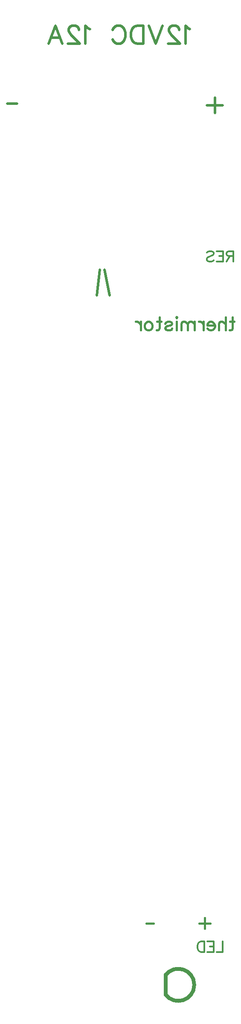
<source format=gbr>
G04 DipTrace 2.3.1.0*
%INBottomSilk_58742 rev 7 ONYX HB.gbr*%
%MOIN*%
%ADD21C,0.03*%
%ADD22C,0.02*%
%ADD23C,0.0216*%
%ADD24C,0.0154*%
%ADD25C,0.0124*%
%FSLAX44Y44*%
G04*
G70*
G90*
G75*
G01*
%LNBotSilk*%
%LPD*%
X69958Y8648D2*
D21*
G02X69958Y7148I1000J-750D01*
G01*
Y8711D2*
Y7211D1*
X64583Y61586D2*
D22*
X64833Y63586D1*
X65583Y61586D2*
X65208Y63586D1*
X71853Y82325D2*
D23*
X71718Y82393D1*
X71517Y82593D1*
Y81188D1*
X71017Y82258D2*
Y82325D1*
X70950Y82460D1*
X70884Y82526D1*
X70749Y82593D1*
X70481D1*
X70348Y82526D1*
X70282Y82460D1*
X70214Y82325D1*
Y82192D1*
X70282Y82057D1*
X70415Y81858D1*
X71085Y81188D1*
X70147D1*
X69715Y82594D2*
X69179Y81188D1*
X68644Y82594D1*
X68212D2*
Y81188D1*
X67743D1*
X67542Y81256D1*
X67407Y81389D1*
X67340Y81523D1*
X67274Y81723D1*
Y82059D1*
X67340Y82260D1*
X67407Y82393D1*
X67542Y82528D1*
X67743Y82594D1*
X68212D1*
X65837Y82260D2*
X65904Y82393D1*
X66038Y82528D1*
X66171Y82594D1*
X66439D1*
X66574Y82528D1*
X66707Y82393D1*
X66775Y82260D1*
X66841Y82059D1*
Y81723D1*
X66775Y81523D1*
X66707Y81389D1*
X66574Y81256D1*
X66439Y81188D1*
X66171D1*
X66038Y81256D1*
X65904Y81389D1*
X65837Y81523D1*
X64044Y82325D2*
X63909Y82393D1*
X63708Y82593D1*
Y81188D1*
X63208Y82258D2*
Y82325D1*
X63141Y82460D1*
X63075Y82526D1*
X62940Y82593D1*
X62672D1*
X62539Y82526D1*
X62473Y82460D1*
X62405Y82325D1*
Y82192D1*
X62473Y82057D1*
X62606Y81858D1*
X63276Y81188D1*
X62338D1*
X60833D2*
X61370Y82594D1*
X61906Y81188D1*
X61705Y81657D2*
X61035D1*
X58357Y76515D2*
X57583D1*
X73812Y76993D2*
Y75787D1*
X74414Y76389D2*
X73208D1*
X73014Y13127D2*
D24*
Y12266D1*
X73444Y12696D2*
X72583D1*
X69011D2*
X68458D1*
X74429Y11267D2*
D25*
Y10463D1*
X73970D1*
X73226Y11267D2*
X73723D1*
Y10463D1*
X73226D1*
X73723Y10884D2*
X73417D1*
X72979Y11267D2*
Y10463D1*
X72711D1*
X72596Y10502D1*
X72519Y10578D1*
X72481Y10655D1*
X72443Y10769D1*
Y10961D1*
X72481Y11076D1*
X72519Y11152D1*
X72596Y11229D1*
X72711Y11267D1*
X72979D1*
X75256Y64634D2*
X74912D1*
X74797Y64673D1*
X74758Y64711D1*
X74720Y64787D1*
Y64864D1*
X74758Y64940D1*
X74797Y64979D1*
X74912Y65017D1*
X75256D1*
Y64213D1*
X74988Y64634D2*
X74720Y64213D1*
X73976Y65017D2*
X74473D1*
Y64213D1*
X73976D1*
X74473Y64634D2*
X74167D1*
X73193Y64902D2*
X73269Y64979D1*
X73384Y65017D1*
X73537D1*
X73652Y64979D1*
X73729Y64902D1*
Y64826D1*
X73690Y64749D1*
X73652Y64711D1*
X73576Y64673D1*
X73346Y64596D1*
X73269Y64558D1*
X73231Y64519D1*
X73193Y64443D1*
Y64328D1*
X73269Y64252D1*
X73384Y64213D1*
X73537D1*
X73652Y64252D1*
X73729Y64328D1*
X75193Y59874D2*
D24*
Y59061D1*
X75145Y58918D1*
X75049Y58869D1*
X74954D1*
X75336Y59539D2*
X75002D1*
X74645Y59874D2*
Y58869D1*
Y59348D2*
X74501Y59492D1*
X74405Y59539D1*
X74262D1*
X74167Y59492D1*
X74119Y59348D1*
Y58869D1*
X73810Y59252D2*
X73237D1*
Y59348D1*
X73284Y59444D1*
X73332Y59492D1*
X73428Y59539D1*
X73571D1*
X73667Y59492D1*
X73763Y59395D1*
X73810Y59252D1*
Y59157D1*
X73763Y59013D1*
X73667Y58918D1*
X73571Y58869D1*
X73428D1*
X73332Y58918D1*
X73237Y59013D1*
X72928Y59539D2*
Y58869D1*
Y59252D2*
X72879Y59395D1*
X72784Y59492D1*
X72688Y59539D1*
X72544D1*
X72235D2*
Y58869D1*
Y59348D2*
X72092Y59492D1*
X71996Y59539D1*
X71853D1*
X71757Y59492D1*
X71709Y59348D1*
Y58869D1*
Y59348D2*
X71566Y59492D1*
X71469Y59539D1*
X71327D1*
X71231Y59492D1*
X71182Y59348D1*
Y58869D1*
X70873Y59874D2*
X70826Y59827D1*
X70777Y59874D1*
X70826Y59923D1*
X70873Y59874D1*
X70826Y59539D2*
Y58869D1*
X69942Y59395D2*
X69990Y59492D1*
X70133Y59539D1*
X70277D1*
X70421Y59492D1*
X70468Y59395D1*
X70421Y59300D1*
X70325Y59252D1*
X70086Y59204D1*
X69990Y59157D1*
X69942Y59061D1*
Y59013D1*
X69990Y58918D1*
X70133Y58869D1*
X70277D1*
X70421Y58918D1*
X70468Y59013D1*
X69490Y59874D2*
Y59061D1*
X69442Y58918D1*
X69346Y58869D1*
X69251D1*
X69633Y59539D2*
X69298D1*
X68703D2*
X68798Y59492D1*
X68894Y59395D1*
X68942Y59252D1*
Y59157D1*
X68894Y59013D1*
X68798Y58918D1*
X68703Y58869D1*
X68560D1*
X68463Y58918D1*
X68368Y59013D1*
X68320Y59157D1*
Y59252D1*
X68368Y59395D1*
X68463Y59492D1*
X68560Y59539D1*
X68703D1*
X68011D2*
Y58869D1*
Y59252D2*
X67962Y59395D1*
X67867Y59492D1*
X67771Y59539D1*
X67627D1*
M02*

</source>
